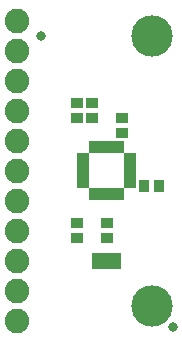
<source format=gbr>
G04 EAGLE Gerber RS-274X export*
G75*
%MOMM*%
%FSLAX34Y34*%
%LPD*%
%INSoldermask Top*%
%IPPOS*%
%AMOC8*
5,1,8,0,0,1.08239X$1,22.5*%
G01*
%ADD10R,1.003200X0.503200*%
%ADD11R,0.503200X1.003200*%
%ADD12R,1.103200X0.903200*%
%ADD13R,0.903200X1.103200*%
%ADD14C,2.082800*%
%ADD15C,3.505200*%
%ADD16R,0.838200X1.473200*%
%ADD17C,0.838200*%


D10*
X68900Y152200D03*
X68900Y147200D03*
X68900Y142200D03*
X68900Y137200D03*
X68900Y132200D03*
X68900Y127200D03*
D11*
X76400Y119700D03*
X81400Y119700D03*
X86400Y119700D03*
X91400Y119700D03*
X96400Y119700D03*
X101400Y119700D03*
D10*
X108900Y127200D03*
X108900Y132200D03*
X108900Y137200D03*
X108900Y142200D03*
X108900Y147200D03*
X108900Y152200D03*
D11*
X101400Y159700D03*
X96400Y159700D03*
X91400Y159700D03*
X86400Y159700D03*
X81400Y159700D03*
X76400Y159700D03*
D12*
X63500Y95400D03*
X63500Y82400D03*
X63500Y184000D03*
X63500Y197000D03*
X76200Y184000D03*
X76200Y197000D03*
X101600Y171300D03*
X101600Y184300D03*
D13*
X120500Y127000D03*
X133500Y127000D03*
D12*
X88900Y95400D03*
X88900Y82400D03*
D14*
X12700Y12700D03*
X12700Y38100D03*
X12700Y63500D03*
X12700Y88900D03*
X12700Y114300D03*
X12700Y139700D03*
X12700Y165100D03*
X12700Y190500D03*
X12700Y215900D03*
X12700Y241300D03*
X12700Y266700D03*
D15*
X127000Y254000D03*
X127000Y25400D03*
D16*
X80772Y63500D03*
X88900Y63500D03*
X97028Y63500D03*
D17*
X33020Y254000D03*
X144780Y7620D03*
M02*

</source>
